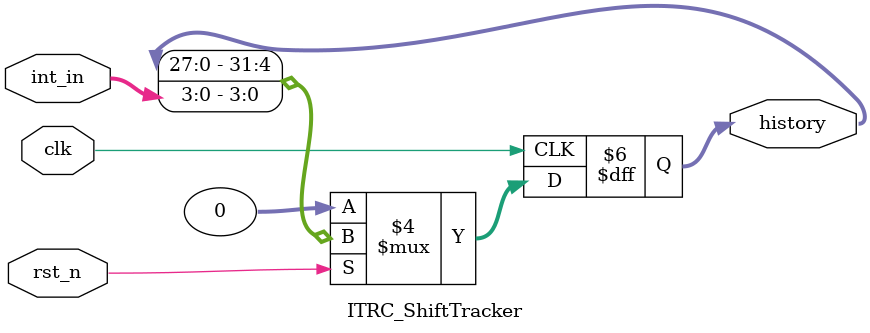
<source format=sv>
module ITRC_ShiftTracker #(
    parameter WIDTH = 4,
    parameter DEPTH = 8
)(
    input clk,
    input rst_n,
    input [WIDTH-1:0] int_in,
    output reg [WIDTH*DEPTH-1:0] history
);
    always @(posedge clk) begin
        if (!rst_n) history <= 0;
        else history <= {history[WIDTH*(DEPTH-1)-1:0], int_in};
    end
endmodule
</source>
